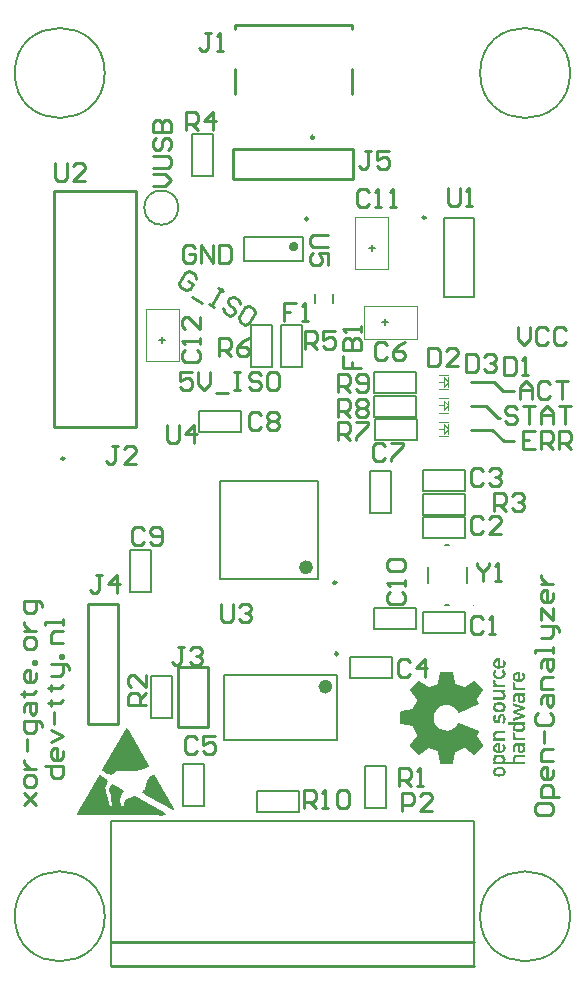
<source format=gto>
G04 Layer_Color=15132400*
%FSAX24Y24*%
%MOIN*%
G70*
G01*
G75*
%ADD27C,0.0150*%
%ADD28C,0.0100*%
%ADD48C,0.0050*%
%ADD49C,0.0039*%
%ADD50C,0.0098*%
%ADD51C,0.0157*%
%ADD52C,0.0236*%
%ADD53C,0.0060*%
%ADD54C,0.0250*%
%ADD55C,0.0080*%
%ADD56C,0.0040*%
%ADD57C,0.0079*%
G36*
X037629Y018081D02*
X037593D01*
X037600Y018074D01*
X037615Y018052D01*
X037629Y018023D01*
X037636Y017979D01*
Y017964D01*
X037629Y017935D01*
X037615Y017899D01*
X037585Y017869D01*
X037578Y017862D01*
X037556Y017855D01*
X037534Y017848D01*
X037505D01*
X037469Y017840D01*
X037403D01*
X037352Y017848D01*
X037301Y017855D01*
X037279Y017862D01*
X037265Y017869D01*
X037257Y017877D01*
X037243Y017891D01*
X037228Y017928D01*
X037221Y017979D01*
Y017986D01*
X037228Y018015D01*
X037236Y018044D01*
X037265Y018081D01*
X037053D01*
Y018168D01*
X037629D01*
Y018081D01*
D02*
G37*
G36*
X037323Y017775D02*
X037316Y017767D01*
X037308Y017760D01*
X037301Y017738D01*
X037294Y017716D01*
Y017702D01*
X037308Y017680D01*
X037330Y017658D01*
X037359Y017643D01*
X037629D01*
Y017563D01*
X037221D01*
Y017643D01*
X037265D01*
X037257Y017651D01*
X037243Y017673D01*
X037228Y017702D01*
X037221Y017746D01*
Y017753D01*
Y017775D01*
X037236Y017804D01*
X037250Y017840D01*
X037323Y017775D01*
D02*
G37*
G36*
X036900Y018445D02*
X036922Y018431D01*
X036944Y018409D01*
X036966Y018380D01*
X036980Y018336D01*
X036988Y018278D01*
Y018270D01*
Y018263D01*
X036980Y018219D01*
X036959Y018161D01*
X036915Y018103D01*
X036856Y018154D01*
X036864Y018161D01*
X036886Y018190D01*
X036907Y018234D01*
X036915Y018285D01*
Y018292D01*
Y018300D01*
X036907Y018329D01*
X036893Y018358D01*
X036878Y018372D01*
X036849D01*
X036842Y018365D01*
X036827Y018351D01*
X036813Y018314D01*
Y018241D01*
Y018234D01*
X036805Y018227D01*
X036791Y018183D01*
X036754Y018146D01*
X036725Y018132D01*
X036689Y018125D01*
X036667D01*
X036623Y018146D01*
X036601Y018161D01*
X036587Y018190D01*
X036572Y018227D01*
X036565Y018278D01*
Y018285D01*
Y018292D01*
X036572Y018336D01*
X036587Y018387D01*
X036623Y018438D01*
X036681Y018387D01*
X036674Y018372D01*
X036660Y018343D01*
X036652Y018307D01*
X036645Y018278D01*
Y018263D01*
X036652Y018241D01*
X036660Y018219D01*
X036689Y018205D01*
X036696D01*
X036703Y018212D01*
X036718Y018227D01*
X036725Y018256D01*
X036733Y018336D01*
Y018343D01*
X036740Y018358D01*
X036754Y018394D01*
X036791Y018438D01*
X036820Y018445D01*
X036856Y018453D01*
X036878D01*
X036900Y018445D01*
D02*
G37*
G36*
X036835Y018824D02*
X036886Y018817D01*
X036929Y018788D01*
X036937Y018781D01*
X036959Y018759D01*
X036980Y018722D01*
X036988Y018664D01*
Y018649D01*
X036980Y018620D01*
X036966Y018584D01*
X036929Y018540D01*
X036922Y018533D01*
X036893Y018518D01*
X036842Y018504D01*
X036776Y018496D01*
X036762D01*
X036718Y018504D01*
X036660Y018518D01*
X036616Y018540D01*
X036609Y018547D01*
X036587Y018569D01*
X036572Y018613D01*
X036565Y018664D01*
Y018671D01*
Y018679D01*
X036572Y018715D01*
X036587Y018752D01*
X036616Y018788D01*
X036623Y018795D01*
X036652Y018810D01*
X036703Y018824D01*
X036776Y018832D01*
X036791D01*
X036835Y018824D01*
D02*
G37*
G36*
X037629Y018664D02*
Y018591D01*
X037338Y018496D01*
X037629Y018416D01*
Y018343D01*
X037221Y018212D01*
Y018292D01*
X037505Y018380D01*
X037221Y018475D01*
Y018540D01*
X037505Y018628D01*
X037221Y018708D01*
Y018795D01*
X037629Y018664D01*
D02*
G37*
G36*
Y016995D02*
X037374D01*
X037338Y016987D01*
X037308Y016958D01*
X037301Y016936D01*
X037294Y016907D01*
Y016893D01*
X037308Y016871D01*
X037330Y016842D01*
X037359Y016834D01*
X037389Y016827D01*
X037629D01*
Y016754D01*
X036565D01*
Y016827D01*
X036616D01*
X036609Y016834D01*
X036587Y016856D01*
X036572Y016893D01*
X036565Y016936D01*
Y016951D01*
X036572Y016973D01*
X036587Y017017D01*
X036616Y017053D01*
X036623Y017060D01*
X036652Y017068D01*
X036703Y017075D01*
X036842D01*
X036893Y017068D01*
X036915Y017060D01*
X036929Y017053D01*
X036937Y017046D01*
X036959Y017017D01*
X036980Y016980D01*
X036988Y016936D01*
Y016929D01*
X036980Y016907D01*
X036966Y016871D01*
X036944Y016827D01*
X037265D01*
X037257Y016834D01*
X037243Y016849D01*
X037228Y016885D01*
X037221Y016936D01*
Y016944D01*
Y016958D01*
X037236Y017009D01*
X037257Y017031D01*
X037279Y017053D01*
X037316Y017068D01*
X037359Y017075D01*
X037629D01*
Y016995D01*
D02*
G37*
G36*
X036835Y016667D02*
X036886Y016659D01*
X036929Y016630D01*
X036937Y016623D01*
X036959Y016601D01*
X036980Y016565D01*
X036988Y016514D01*
Y016499D01*
X036980Y016470D01*
X036966Y016426D01*
X036929Y016382D01*
X036922Y016375D01*
X036893Y016368D01*
X036842Y016353D01*
X036776Y016346D01*
X036762D01*
X036718Y016353D01*
X036667Y016360D01*
X036616Y016382D01*
X036609Y016390D01*
X036587Y016419D01*
X036572Y016455D01*
X036565Y016514D01*
Y016521D01*
Y016528D01*
X036572Y016565D01*
X036587Y016601D01*
X036616Y016630D01*
X036623Y016637D01*
X036652Y016652D01*
X036703Y016667D01*
X036776Y016674D01*
X036791D01*
X036835Y016667D01*
D02*
G37*
G36*
X036813Y017213D02*
X036827D01*
X036864Y017228D01*
X036900Y017257D01*
X036907Y017279D01*
X036915Y017308D01*
Y017323D01*
X036907Y017345D01*
X036893Y017374D01*
X036864Y017403D01*
X036922Y017469D01*
X036929Y017454D01*
X036951Y017425D01*
X036980Y017374D01*
X036988Y017315D01*
Y017308D01*
Y017286D01*
X036973Y017257D01*
X036959Y017228D01*
X036937Y017191D01*
X036900Y017162D01*
X036849Y017140D01*
X036776Y017133D01*
X036740D01*
X036711Y017140D01*
X036667Y017155D01*
X036630Y017177D01*
X036594Y017206D01*
X036572Y017243D01*
X036565Y017301D01*
Y017308D01*
Y017330D01*
X036572Y017359D01*
X036587Y017388D01*
X036609Y017417D01*
X036638Y017447D01*
X036674Y017469D01*
X036733Y017476D01*
X036813D01*
Y017213D01*
D02*
G37*
G36*
X036980Y017797D02*
X036718D01*
X036689Y017789D01*
X036660Y017760D01*
X036645Y017738D01*
Y017709D01*
Y017695D01*
X036652Y017673D01*
X036681Y017643D01*
X036703Y017636D01*
X036733Y017629D01*
X036980D01*
Y017541D01*
X036565D01*
Y017629D01*
X036616D01*
X036609Y017636D01*
X036587Y017651D01*
X036572Y017687D01*
X036565Y017738D01*
Y017746D01*
Y017760D01*
X036579Y017811D01*
X036601Y017833D01*
X036623Y017855D01*
X036660Y017869D01*
X036711Y017877D01*
X036980D01*
Y017797D01*
D02*
G37*
G36*
X037629Y017381D02*
X037593D01*
X037600Y017374D01*
X037615Y017359D01*
X037629Y017330D01*
X037636Y017279D01*
Y017272D01*
Y017257D01*
X037622Y017206D01*
X037607Y017177D01*
X037578Y017155D01*
X037549Y017140D01*
X037505Y017133D01*
X037483D01*
X037447Y017148D01*
X037425Y017170D01*
X037403Y017191D01*
X037396Y017228D01*
X037389Y017272D01*
Y017381D01*
X037345D01*
X037323Y017374D01*
X037301Y017345D01*
X037294Y017330D01*
Y017301D01*
Y017294D01*
Y017272D01*
X037308Y017243D01*
X037323Y017213D01*
X037272Y017155D01*
X037265Y017162D01*
X037243Y017191D01*
X037228Y017235D01*
X037221Y017294D01*
Y017301D01*
Y017323D01*
X037228Y017352D01*
X037236Y017381D01*
X037250Y017410D01*
X037279Y017439D01*
X037308Y017461D01*
X037352Y017469D01*
X037629D01*
Y017381D01*
D02*
G37*
G36*
Y019050D02*
X037593D01*
X037600Y019043D01*
X037615Y019029D01*
X037629Y018992D01*
X037636Y018948D01*
Y018941D01*
Y018927D01*
X037622Y018875D01*
X037607Y018846D01*
X037578Y018817D01*
X037549Y018803D01*
X037505Y018795D01*
X037483D01*
X037447Y018810D01*
X037425Y018832D01*
X037403Y018854D01*
X037396Y018890D01*
X037389Y018934D01*
Y019050D01*
X037345D01*
X037323Y019043D01*
X037301Y019014D01*
X037294Y018992D01*
Y018963D01*
Y018956D01*
Y018934D01*
X037308Y018905D01*
X037323Y018890D01*
X037272Y018824D01*
X037265Y018832D01*
X037243Y018854D01*
X037228Y018897D01*
X037221Y018927D01*
Y018963D01*
Y018970D01*
Y018992D01*
X037228Y019014D01*
X037236Y019050D01*
X037250Y019080D01*
X037279Y019101D01*
X037308Y019123D01*
X037352Y019131D01*
X037629D01*
Y019050D01*
D02*
G37*
G36*
X036674Y019539D02*
X036667D01*
X036660Y019524D01*
X036652Y019510D01*
X036645Y019495D01*
Y019481D01*
X036652Y019459D01*
X036681Y019430D01*
X036703Y019422D01*
X036733Y019415D01*
X036980D01*
Y019327D01*
X036565D01*
Y019415D01*
X036616D01*
X036609Y019422D01*
X036587Y019437D01*
X036572Y019473D01*
X036565Y019524D01*
Y019532D01*
Y019546D01*
X036579Y019575D01*
X036594Y019604D01*
X036674Y019539D01*
D02*
G37*
G36*
X035223Y019838D02*
X035231Y019830D01*
X035304Y019466D01*
Y019459D01*
X035311Y019451D01*
X035326D01*
X035610Y019327D01*
X035639D01*
X035945Y019539D01*
X035967D01*
X036244Y019262D01*
X036251Y019255D01*
Y019247D01*
X036244Y019233D01*
X036040Y018934D01*
Y018927D01*
Y018919D01*
Y018912D01*
Y018905D01*
X036113Y018781D01*
Y018773D01*
Y018766D01*
X036106Y018759D01*
X035442Y018482D01*
X035435D01*
X035413Y018489D01*
X035398Y018526D01*
X035391Y018533D01*
X035384Y018540D01*
X035377Y018547D01*
X035369Y018555D01*
X035355Y018577D01*
X035326Y018613D01*
X035289Y018649D01*
X035238Y018679D01*
X035180Y018715D01*
X035107Y018737D01*
X035027Y018744D01*
X034997D01*
X034961Y018737D01*
X034917Y018730D01*
X034874Y018715D01*
X034823Y018693D01*
X034772Y018664D01*
X034720Y018620D01*
X034713Y018613D01*
X034699Y018598D01*
X034677Y018569D01*
X034655Y018533D01*
X034633Y018489D01*
X034611Y018438D01*
X034597Y018380D01*
X034589Y018314D01*
Y018307D01*
Y018285D01*
X034597Y018249D01*
X034604Y018212D01*
X034618Y018161D01*
X034648Y018110D01*
X034677Y018059D01*
X034720Y018008D01*
X034728Y018001D01*
X034742Y017986D01*
X034772Y017972D01*
X034808Y017950D01*
X034852Y017921D01*
X034903Y017906D01*
X034961Y017891D01*
X035027Y017884D01*
X035063D01*
X035107Y017891D01*
X035158Y017906D01*
X035216Y017935D01*
X035275Y017964D01*
X035326Y018015D01*
X035377Y018081D01*
X035384Y018088D01*
X035391Y018095D01*
Y018103D01*
X035398D01*
X035413Y018139D01*
X035420Y018146D01*
X035442D01*
X036106Y017877D01*
Y017869D01*
X036113Y017848D01*
X036040Y017716D01*
Y017709D01*
Y017702D01*
Y017695D01*
X036244Y017396D01*
X036251Y017388D01*
Y017381D01*
X036244Y017366D01*
X035967Y017082D01*
X035945D01*
X035639Y017301D01*
X035610D01*
X035326Y017177D01*
X035311D01*
X035304Y017170D01*
Y017162D01*
X035231Y016798D01*
Y016791D01*
X035223Y016783D01*
X034808D01*
X034801Y016791D01*
Y016798D01*
X034735Y017170D01*
Y017177D01*
X034720Y017199D01*
X034451Y017308D01*
X034422D01*
X034094Y017082D01*
X034064D01*
X033795Y017366D01*
X033787Y017374D01*
Y017396D01*
X034021Y017716D01*
Y017724D01*
Y017731D01*
Y017738D01*
Y017746D01*
X033911Y018008D01*
Y018015D01*
X033904Y018023D01*
X033889D01*
X033503Y018103D01*
X033488D01*
X033481Y018110D01*
Y018117D01*
Y018511D01*
Y018518D01*
X033488Y018526D01*
X033503D01*
X033889Y018606D01*
X033897D01*
X033904Y018613D01*
X033911Y018620D01*
X034021Y018883D01*
Y018890D01*
Y018897D01*
Y018905D01*
X033787Y019233D01*
Y019240D01*
Y019247D01*
X033795Y019262D01*
X034064Y019539D01*
X034094D01*
X034422Y019320D01*
X034451D01*
X034720Y019437D01*
X034728D01*
X034735Y019444D01*
Y019459D01*
X034801Y019830D01*
Y019838D01*
X034808Y019845D01*
X035216D01*
X035223Y019838D01*
D02*
G37*
G36*
X037462Y019590D02*
X037476D01*
X037513Y019604D01*
X037549Y019626D01*
X037556Y019648D01*
X037564Y019677D01*
Y019692D01*
X037556Y019714D01*
X037542Y019743D01*
X037520Y019772D01*
X037571Y019838D01*
X037578Y019823D01*
X037600Y019794D01*
X037629Y019750D01*
X037636Y019692D01*
Y019685D01*
Y019663D01*
X037622Y019634D01*
X037607Y019597D01*
X037585Y019561D01*
X037549Y019532D01*
X037498Y019510D01*
X037425Y019502D01*
X037396D01*
X037359Y019510D01*
X037323Y019524D01*
X037287Y019546D01*
X037250Y019575D01*
X037228Y019612D01*
X037221Y019670D01*
Y019677D01*
Y019699D01*
X037228Y019728D01*
X037243Y019758D01*
X037265Y019787D01*
X037294Y019816D01*
X037330Y019838D01*
X037389Y019845D01*
X037462D01*
Y019590D01*
D02*
G37*
G36*
X036813Y020035D02*
X036827D01*
X036864Y020049D01*
X036900Y020078D01*
X036907Y020100D01*
X036915Y020137D01*
Y020144D01*
X036907Y020166D01*
X036893Y020195D01*
X036864Y020217D01*
X036922Y020282D01*
X036929Y020268D01*
X036951Y020239D01*
X036980Y020195D01*
X036988Y020137D01*
Y020129D01*
Y020108D01*
X036973Y020078D01*
X036959Y020042D01*
X036937Y020005D01*
X036900Y019976D01*
X036849Y019954D01*
X036776Y019947D01*
X036740D01*
X036711Y019954D01*
X036667Y019969D01*
X036630Y019991D01*
X036594Y020020D01*
X036572Y020056D01*
X036565Y020115D01*
Y020122D01*
Y020144D01*
X036572Y020173D01*
X036587Y020210D01*
X036609Y020239D01*
X036638Y020268D01*
X036674Y020290D01*
X036733Y020297D01*
X036813D01*
Y020035D01*
D02*
G37*
G36*
X036929Y019925D02*
X036951Y019896D01*
X036973Y019845D01*
X036988Y019787D01*
Y019779D01*
Y019758D01*
X036973Y019728D01*
X036959Y019692D01*
X036937Y019656D01*
X036900Y019626D01*
X036849Y019604D01*
X036776Y019597D01*
X036740D01*
X036711Y019604D01*
X036667Y019619D01*
X036630Y019641D01*
X036594Y019677D01*
X036572Y019721D01*
X036565Y019787D01*
Y019794D01*
Y019801D01*
X036572Y019838D01*
X036594Y019882D01*
X036630Y019933D01*
X036689Y019867D01*
X036681Y019860D01*
X036667Y019845D01*
X036652Y019823D01*
X036645Y019787D01*
Y019779D01*
Y019772D01*
X036660Y019736D01*
X036674Y019714D01*
X036703Y019692D01*
X036733Y019685D01*
X036776Y019677D01*
X036798D01*
X036835Y019692D01*
X036864Y019707D01*
X036878Y019721D01*
X036893Y019750D01*
X036900Y019787D01*
Y019794D01*
X036893Y019816D01*
X036878Y019838D01*
X036856Y019867D01*
X036915Y019933D01*
X036929Y019925D01*
D02*
G37*
G36*
X036980Y019153D02*
X036944D01*
X036951Y019145D01*
X036966Y019123D01*
X036980Y019087D01*
X036988Y019050D01*
Y019043D01*
Y019029D01*
X036973Y018978D01*
X036951Y018948D01*
X036929Y018927D01*
X036893Y018912D01*
X036849Y018905D01*
X036565D01*
Y018992D01*
X036827D01*
X036856Y019007D01*
X036886Y019029D01*
X036893Y019050D01*
X036900Y019080D01*
Y019094D01*
X036886Y019116D01*
X036864Y019138D01*
X036842Y019153D01*
X036565D01*
Y019233D01*
X036980D01*
Y019153D01*
D02*
G37*
G36*
X037323Y019437D02*
X037316Y019430D01*
X037308Y019422D01*
X037301Y019400D01*
X037294Y019386D01*
Y019371D01*
X037308Y019349D01*
X037330Y019320D01*
X037359Y019313D01*
X037389Y019306D01*
X037629D01*
Y019225D01*
X037221D01*
Y019306D01*
X037265D01*
X037257Y019313D01*
X037243Y019335D01*
X037228Y019371D01*
X037221Y019422D01*
Y019430D01*
Y019444D01*
X037236Y019473D01*
X037250Y019502D01*
X037323Y019437D01*
D02*
G37*
%LPC*%
G36*
X036820Y016995D02*
X036754D01*
X036711Y016987D01*
X036667Y016958D01*
X036652Y016936D01*
X036645Y016907D01*
Y016893D01*
X036660Y016871D01*
X036674Y016856D01*
X036703Y016842D01*
X036733Y016834D01*
X036776Y016827D01*
X036798D01*
X036835Y016834D01*
X036878Y016863D01*
X036893Y016878D01*
X036900Y016907D01*
Y016914D01*
Y016922D01*
X036886Y016951D01*
X036871Y016966D01*
X036849Y016980D01*
X036820Y016995D01*
D02*
G37*
G36*
Y018752D02*
X036733D01*
X036703Y018744D01*
X036681Y018730D01*
X036674D01*
X036660Y018715D01*
X036652Y018693D01*
X036645Y018664D01*
Y018657D01*
X036652Y018642D01*
X036660Y018620D01*
X036681Y018606D01*
X036696Y018598D01*
X036725Y018591D01*
X036776Y018584D01*
X036813D01*
X036849Y018591D01*
X036878Y018606D01*
X036886Y018613D01*
X036893Y018635D01*
X036900Y018664D01*
Y018671D01*
Y018693D01*
X036893Y018715D01*
X036878Y018730D01*
X036871Y018737D01*
X036856Y018744D01*
X036820Y018752D01*
D02*
G37*
G36*
X036733Y020210D02*
X036718D01*
X036689Y020195D01*
X036660Y020166D01*
X036645Y020144D01*
Y020115D01*
Y020100D01*
X036652Y020078D01*
X036681Y020049D01*
X036703Y020042D01*
X036733Y020035D01*
Y020210D01*
D02*
G37*
G36*
X036820Y016594D02*
X036733D01*
X036703Y016586D01*
X036681Y016572D01*
X036674D01*
X036660Y016557D01*
X036652Y016543D01*
X036645Y016514D01*
Y016506D01*
X036652Y016484D01*
X036660Y016463D01*
X036681Y016441D01*
X036689D01*
X036703Y016433D01*
X036733Y016426D01*
X036776Y016419D01*
X036813D01*
X036842Y016426D01*
X036878Y016441D01*
X036886Y016455D01*
X036893Y016477D01*
X036900Y016514D01*
Y016521D01*
Y016535D01*
X036893Y016557D01*
X036878Y016572D01*
X036871Y016579D01*
X036856Y016586D01*
X036820Y016594D01*
D02*
G37*
G36*
X037491Y019050D02*
X037462D01*
Y018956D01*
Y018941D01*
X037469Y018919D01*
X037476Y018897D01*
X037505Y018883D01*
X037513D01*
X037534Y018890D01*
X037556Y018912D01*
X037564Y018956D01*
Y018963D01*
Y018970D01*
X037556Y019007D01*
X037534Y019036D01*
X037513Y019043D01*
X037491Y019050D01*
D02*
G37*
G36*
X037513Y017381D02*
X037462D01*
Y017279D01*
Y017272D01*
X037469Y017250D01*
X037476Y017221D01*
X037505Y017213D01*
X037513D01*
X037534Y017221D01*
X037556Y017250D01*
X037564Y017264D01*
Y017294D01*
Y017301D01*
Y017308D01*
X037556Y017337D01*
X037534Y017366D01*
X037513Y017381D01*
D02*
G37*
G36*
X037469Y018081D02*
X037403D01*
X037359Y018074D01*
X037316Y018052D01*
X037301Y018030D01*
X037294Y018008D01*
Y017993D01*
X037308Y017964D01*
X037323Y017950D01*
X037352Y017935D01*
X037381Y017928D01*
X037425Y017921D01*
X037447D01*
X037491Y017935D01*
X037534Y017957D01*
X037549Y017979D01*
X037556Y018008D01*
Y018023D01*
X037542Y018044D01*
X037527Y018059D01*
X037498Y018066D01*
X037469Y018081D01*
D02*
G37*
G36*
X037389Y019765D02*
X037374D01*
X037338Y019750D01*
X037308Y019721D01*
X037301Y019699D01*
X037294Y019670D01*
Y019656D01*
X037308Y019634D01*
X037330Y019604D01*
X037359Y019597D01*
X037389Y019590D01*
Y019765D01*
D02*
G37*
G36*
X036733Y017396D02*
X036718D01*
X036689Y017381D01*
X036660Y017352D01*
X036645Y017330D01*
Y017301D01*
Y017286D01*
X036652Y017257D01*
X036681Y017228D01*
X036703Y017221D01*
X036733Y017213D01*
Y017396D01*
D02*
G37*
%LPD*%
D27*
X025625Y015531D02*
X025785Y015391D01*
X025285Y015191D02*
X025495Y015141D01*
D28*
X022281Y026954D02*
G03*
X022281Y026954I-000050J000000D01*
G01*
X027917Y036272D02*
X031917D01*
Y037272D01*
X027917D02*
X031917D01*
X027917Y036272D02*
Y037272D01*
X024083Y018114D02*
Y022114D01*
X023083D02*
X024083D01*
X023083Y018114D02*
Y022114D01*
Y018114D02*
X024083D01*
X024685Y027992D02*
Y035866D01*
X021929Y027992D02*
X024685D01*
X021929Y035866D02*
X024685D01*
X021929Y027992D02*
Y035866D01*
X026075Y018004D02*
Y020004D01*
Y018004D02*
X027075D01*
Y020004D01*
X026075D02*
X027075D01*
X027972Y039105D02*
Y039950D01*
X031870Y041270D02*
Y041398D01*
X027972D02*
X031870D01*
X027972Y041270D02*
Y041398D01*
X031870Y039105D02*
Y039950D01*
X023819Y010831D02*
X035945D01*
X023819Y010039D02*
X035945D01*
X035827Y027913D02*
X036535D01*
X036929Y027520D01*
X037283D01*
X035827Y028701D02*
X036339D01*
X036732Y028307D01*
X036811D01*
X035827Y029488D02*
X036614D01*
X036890Y029213D01*
X037283D01*
X031566Y030360D02*
Y029961D01*
X031865D01*
Y030161D01*
Y029961D01*
X032165D01*
X031566Y030560D02*
X032165D01*
Y030860D01*
X032065Y030960D01*
X031965D01*
X031865Y030860D01*
Y030560D01*
Y030860D01*
X031765Y030960D01*
X031666D01*
X031566Y030860D01*
Y030560D01*
X032165Y031160D02*
Y031360D01*
Y031260D01*
X031566D01*
X031666Y031160D01*
X026311Y030557D02*
X026211Y030457D01*
Y030257D01*
X026311Y030157D01*
X026711D01*
X026811Y030257D01*
Y030457D01*
X026711Y030557D01*
X026811Y030757D02*
Y030957D01*
Y030857D01*
X026211D01*
X026311Y030757D01*
X026811Y031657D02*
Y031257D01*
X026411Y031657D01*
X026311D01*
X026211Y031557D01*
Y031357D01*
X026311Y031257D01*
X032447Y035829D02*
X032347Y035929D01*
X032147D01*
X032047Y035829D01*
Y035429D01*
X032147Y035329D01*
X032347D01*
X032447Y035429D01*
X032647Y035329D02*
X032847D01*
X032747D01*
Y035929D01*
X032647Y035829D01*
X033147Y035329D02*
X033347D01*
X033247D01*
Y035929D01*
X033147Y035829D01*
X032486Y037214D02*
X032287D01*
X032387D01*
Y036714D01*
X032287Y036614D01*
X032187D01*
X032087Y036714D01*
X033086Y037214D02*
X032686D01*
Y036914D01*
X032886Y037014D01*
X032986D01*
X033086Y036914D01*
Y036714D01*
X032986Y036614D01*
X032786D01*
X032686Y036714D01*
X031417Y029173D02*
Y029773D01*
X031717D01*
X031817Y029673D01*
Y029473D01*
X031717Y029373D01*
X031417D01*
X031617D02*
X031817Y029173D01*
X032017Y029273D02*
X032117Y029173D01*
X032317D01*
X032417Y029273D01*
Y029673D01*
X032317Y029773D01*
X032117D01*
X032017Y029673D01*
Y029573D01*
X032117Y029473D01*
X032417D01*
X031417Y028346D02*
Y028946D01*
X031717D01*
X031817Y028846D01*
Y028646D01*
X031717Y028546D01*
X031417D01*
X031617D02*
X031817Y028346D01*
X032017Y028846D02*
X032117Y028946D01*
X032317D01*
X032417Y028846D01*
Y028746D01*
X032317Y028646D01*
X032417Y028546D01*
Y028446D01*
X032317Y028346D01*
X032117D01*
X032017Y028446D01*
Y028546D01*
X032117Y028646D01*
X032017Y028746D01*
Y028846D01*
X032117Y028646D02*
X032317D01*
X031417Y027559D02*
Y028159D01*
X031717D01*
X031817Y028059D01*
Y027859D01*
X031717Y027759D01*
X031417D01*
X031617D02*
X031817Y027559D01*
X032017Y028159D02*
X032417D01*
Y028059D01*
X032017Y027659D01*
Y027559D01*
X023535Y023062D02*
X023335D01*
X023435D01*
Y022562D01*
X023335Y022462D01*
X023235D01*
X023135Y022562D01*
X024035Y022462D02*
Y023062D01*
X023735Y022762D01*
X024135D01*
X035669Y030442D02*
Y029843D01*
X035969D01*
X036069Y029942D01*
Y030342D01*
X035969Y030442D01*
X035669D01*
X036269Y030342D02*
X036369Y030442D01*
X036569D01*
X036669Y030342D01*
Y030242D01*
X036569Y030142D01*
X036469D01*
X036569D01*
X036669Y030042D01*
Y029942D01*
X036569Y029843D01*
X036369D01*
X036269Y029942D01*
X034409Y030639D02*
Y030039D01*
X034709D01*
X034809Y030139D01*
Y030539D01*
X034709Y030639D01*
X034409D01*
X035409Y030039D02*
X035009D01*
X035409Y030439D01*
Y030539D01*
X035309Y030639D01*
X035109D01*
X035009Y030539D01*
X036929Y030324D02*
Y029724D01*
X037229D01*
X037329Y029824D01*
Y030224D01*
X037229Y030324D01*
X036929D01*
X037529Y029724D02*
X037729D01*
X037629D01*
Y030324D01*
X037529Y030224D01*
X036024Y023474D02*
Y023374D01*
X036224Y023174D01*
X036423Y023374D01*
Y023474D01*
X036224Y023174D02*
Y022874D01*
X036623D02*
X036823D01*
X036723D01*
Y023474D01*
X036623Y023374D01*
X031072Y034409D02*
X030572D01*
X030472Y034309D01*
Y034110D01*
X030572Y034010D01*
X031072D01*
Y033410D02*
Y033810D01*
X030772D01*
X030872Y033610D01*
Y033510D01*
X030772Y033410D01*
X030572D01*
X030472Y033510D01*
Y033710D01*
X030572Y033810D01*
X027441Y030354D02*
Y030954D01*
X027741D01*
X027841Y030854D01*
Y030654D01*
X027741Y030554D01*
X027441D01*
X027641D02*
X027841Y030354D01*
X028441Y030954D02*
X028241Y030854D01*
X028041Y030654D01*
Y030454D01*
X028141Y030354D01*
X028341D01*
X028441Y030454D01*
Y030554D01*
X028341Y030654D01*
X028041D01*
X030315Y030591D02*
Y031190D01*
X030615D01*
X030715Y031090D01*
Y030890D01*
X030615Y030790D01*
X030315D01*
X030515D02*
X030715Y030591D01*
X031315Y031190D02*
X030915D01*
Y030890D01*
X031115Y030990D01*
X031215D01*
X031315Y030890D01*
Y030691D01*
X031215Y030591D01*
X031015D01*
X030915Y030691D01*
X026339Y037913D02*
Y038513D01*
X026638D01*
X026738Y038413D01*
Y038213D01*
X026638Y038113D01*
X026339D01*
X026539D02*
X026738Y037913D01*
X027238D02*
Y038513D01*
X026938Y038213D01*
X027338D01*
X036614Y025197D02*
Y025797D01*
X036914D01*
X037014Y025697D01*
Y025497D01*
X036914Y025397D01*
X036614D01*
X036814D02*
X037014Y025197D01*
X037214Y025697D02*
X037314Y025797D01*
X037514D01*
X037614Y025697D01*
Y025597D01*
X037514Y025497D01*
X037414D01*
X037514D01*
X037614Y025397D01*
Y025297D01*
X037514Y025197D01*
X037314D01*
X037214Y025297D01*
X025000Y018740D02*
X024400D01*
Y019040D01*
X024500Y019140D01*
X024700D01*
X024800Y019040D01*
Y018740D01*
Y018940D02*
X025000Y019140D01*
Y019740D02*
Y019340D01*
X024600Y019740D01*
X024500D01*
X024400Y019640D01*
Y019440D01*
X024500Y019340D01*
X033425Y016024D02*
Y016623D01*
X033725D01*
X033825Y016523D01*
Y016324D01*
X033725Y016224D01*
X033425D01*
X033625D02*
X033825Y016024D01*
X034025D02*
X034225D01*
X034125D01*
Y016623D01*
X034025Y016523D01*
X026266Y020679D02*
X026066D01*
X026166D01*
Y020179D01*
X026066Y020079D01*
X025966D01*
X025866Y020179D01*
X026466Y020579D02*
X026566Y020679D01*
X026766D01*
X026866Y020579D01*
Y020479D01*
X026766Y020379D01*
X026666D01*
X026766D01*
X026866Y020279D01*
Y020179D01*
X026766Y020079D01*
X026566D01*
X026466Y020179D01*
X033122Y022486D02*
X033022Y022387D01*
Y022187D01*
X033122Y022087D01*
X033522D01*
X033622Y022187D01*
Y022387D01*
X033522Y022486D01*
X033622Y022686D02*
Y022886D01*
Y022786D01*
X033022D01*
X033122Y022686D01*
Y023186D02*
X033022Y023286D01*
Y023486D01*
X033122Y023586D01*
X033522D01*
X033622Y023486D01*
Y023286D01*
X033522Y023186D01*
X033122D01*
X024927Y024555D02*
X024827Y024655D01*
X024628D01*
X024528Y024555D01*
Y024155D01*
X024628Y024055D01*
X024827D01*
X024927Y024155D01*
X025127D02*
X025227Y024055D01*
X025427D01*
X025527Y024155D01*
Y024555D01*
X025427Y024655D01*
X025227D01*
X025127Y024555D01*
Y024455D01*
X025227Y024355D01*
X025527D01*
X028825Y028413D02*
X028725Y028513D01*
X028525D01*
X028425Y028413D01*
Y028013D01*
X028525Y027913D01*
X028725D01*
X028825Y028013D01*
X029025Y028413D02*
X029125Y028513D01*
X029325D01*
X029425Y028413D01*
Y028313D01*
X029325Y028213D01*
X029425Y028113D01*
Y028013D01*
X029325Y027913D01*
X029125D01*
X029025Y028013D01*
Y028113D01*
X029125Y028213D01*
X029025Y028313D01*
Y028413D01*
X029125Y028213D02*
X029325D01*
X032959Y027364D02*
X032859Y027464D01*
X032659D01*
X032559Y027364D01*
Y026964D01*
X032659Y026864D01*
X032859D01*
X032959Y026964D01*
X033159Y027464D02*
X033559D01*
Y027364D01*
X033159Y026964D01*
Y026864D01*
X033038Y030736D02*
X032938Y030836D01*
X032738D01*
X032638Y030736D01*
Y030336D01*
X032738Y030236D01*
X032938D01*
X033038Y030336D01*
X033637Y030836D02*
X033438Y030736D01*
X033238Y030536D01*
Y030336D01*
X033338Y030236D01*
X033537D01*
X033637Y030336D01*
Y030436D01*
X033537Y030536D01*
X033238D01*
X026699Y017607D02*
X026599Y017707D01*
X026399D01*
X026299Y017607D01*
Y017207D01*
X026399Y017107D01*
X026599D01*
X026699Y017207D01*
X027299Y017707D02*
X026899D01*
Y017407D01*
X027099Y017507D01*
X027199D01*
X027299Y017407D01*
Y017207D01*
X027199Y017107D01*
X026999D01*
X026899Y017207D01*
X033786Y020185D02*
X033686Y020285D01*
X033486D01*
X033386Y020185D01*
Y019785D01*
X033486Y019685D01*
X033686D01*
X033786Y019785D01*
X034286Y019685D02*
Y020285D01*
X033986Y019985D01*
X034385D01*
X036227Y026523D02*
X036127Y026623D01*
X035927D01*
X035827Y026523D01*
Y026124D01*
X035927Y026024D01*
X036127D01*
X036227Y026124D01*
X036427Y026523D02*
X036527Y026623D01*
X036726D01*
X036826Y026523D01*
Y026423D01*
X036726Y026324D01*
X036627D01*
X036726D01*
X036826Y026224D01*
Y026124D01*
X036726Y026024D01*
X036527D01*
X036427Y026124D01*
X036227Y024949D02*
X036127Y025049D01*
X035927D01*
X035827Y024949D01*
Y024549D01*
X035927Y024449D01*
X036127D01*
X036227Y024549D01*
X036826Y024449D02*
X036427D01*
X036826Y024849D01*
Y024949D01*
X036726Y025049D01*
X036527D01*
X036427Y024949D01*
X036227Y021602D02*
X036127Y021702D01*
X035927D01*
X035827Y021602D01*
Y021202D01*
X035927Y021102D01*
X036127D01*
X036227Y021202D01*
X036427Y021102D02*
X036627D01*
X036527D01*
Y021702D01*
X036427Y021602D01*
X027172Y041151D02*
X026972D01*
X027072D01*
Y040651D01*
X026972Y040551D01*
X026872D01*
X026772Y040651D01*
X027371Y040551D02*
X027571D01*
X027471D01*
Y041151D01*
X027371Y041051D01*
X027496Y022093D02*
Y021594D01*
X027596Y021494D01*
X027796D01*
X027896Y021594D01*
Y022093D01*
X028096Y021993D02*
X028196Y022093D01*
X028396D01*
X028496Y021993D01*
Y021893D01*
X028396Y021794D01*
X028296D01*
X028396D01*
X028496Y021694D01*
Y021594D01*
X028396Y021494D01*
X028196D01*
X028096Y021594D01*
X035079Y035954D02*
Y035454D01*
X035179Y035354D01*
X035379D01*
X035479Y035454D01*
Y035954D01*
X035679Y035354D02*
X035878D01*
X035779D01*
Y035954D01*
X035679Y035854D01*
X021979Y036813D02*
Y036313D01*
X022079Y036213D01*
X022279D01*
X022379Y036313D01*
Y036813D01*
X022979Y036213D02*
X022579D01*
X022979Y036613D01*
Y036713D01*
X022879Y036813D01*
X022679D01*
X022579Y036713D01*
X033543Y015197D02*
Y015797D01*
X033843D01*
X033943Y015697D01*
Y015497D01*
X033843Y015397D01*
X033543D01*
X034543Y015197D02*
X034143D01*
X034543Y015597D01*
Y015697D01*
X034443Y015797D01*
X034243D01*
X034143Y015697D01*
X024061Y027371D02*
X023861D01*
X023961D01*
Y026872D01*
X023861Y026772D01*
X023761D01*
X023661Y026872D01*
X024661Y026772D02*
X024261D01*
X024661Y027172D01*
Y027271D01*
X024561Y027371D01*
X024361D01*
X024261Y027271D01*
X025709Y028080D02*
Y027580D01*
X025809Y027480D01*
X026009D01*
X026109Y027580D01*
Y028080D01*
X026608Y027480D02*
Y028080D01*
X026308Y027780D01*
X026708D01*
X030006Y032135D02*
X029606D01*
Y031835D01*
X029806D01*
X029606D01*
Y031535D01*
X030206D02*
X030406D01*
X030306D01*
Y032135D01*
X030206Y032035D01*
X030276Y015315D02*
Y015915D01*
X030575D01*
X030675Y015815D01*
Y015615D01*
X030575Y015515D01*
X030276D01*
X030476D02*
X030675Y015315D01*
X030875D02*
X031075D01*
X030975D01*
Y015915D01*
X030875Y015815D01*
X031375D02*
X031475Y015915D01*
X031675D01*
X031775Y015815D01*
Y015415D01*
X031675Y015315D01*
X031475D01*
X031375Y015415D01*
Y015815D01*
X037402Y031348D02*
Y030948D01*
X037601Y030748D01*
X037801Y030948D01*
Y031348D01*
X038401Y031248D02*
X038301Y031348D01*
X038101D01*
X038001Y031248D01*
Y030848D01*
X038101Y030748D01*
X038301D01*
X038401Y030848D01*
X039001Y031248D02*
X038901Y031348D01*
X038701D01*
X038601Y031248D01*
Y030848D01*
X038701Y030748D01*
X038901D01*
X039001Y030848D01*
X037480Y028937D02*
Y029337D01*
X037680Y029537D01*
X037880Y029337D01*
Y028937D01*
Y029237D01*
X037480D01*
X038480Y029437D02*
X038380Y029537D01*
X038180D01*
X038080Y029437D01*
Y029037D01*
X038180Y028937D01*
X038380D01*
X038480Y029037D01*
X038680Y029537D02*
X039080D01*
X038880D01*
Y028937D01*
X037368Y028610D02*
X037268Y028710D01*
X037068D01*
X036968Y028610D01*
Y028510D01*
X037068Y028410D01*
X037268D01*
X037368Y028310D01*
Y028210D01*
X037268Y028110D01*
X037068D01*
X036968Y028210D01*
X037568Y028710D02*
X037968D01*
X037768D01*
Y028110D01*
X038168D02*
Y028510D01*
X038368Y028710D01*
X038568Y028510D01*
Y028110D01*
Y028410D01*
X038168D01*
X038768Y028710D02*
X039168D01*
X038968D01*
Y028110D01*
X037959Y027883D02*
X037559D01*
Y027283D01*
X037959D01*
X037559Y027583D02*
X037759D01*
X038159Y027283D02*
Y027883D01*
X038459D01*
X038559Y027783D01*
Y027583D01*
X038459Y027483D01*
X038159D01*
X038359D02*
X038559Y027283D01*
X038759D02*
Y027883D01*
X039059D01*
X039159Y027783D01*
Y027583D01*
X039059Y027483D01*
X038759D01*
X038959D02*
X039159Y027283D01*
X026542Y029852D02*
X026142D01*
Y029552D01*
X026342Y029652D01*
X026442D01*
X026542Y029552D01*
Y029352D01*
X026442Y029252D01*
X026242D01*
X026142Y029352D01*
X026742Y029852D02*
Y029452D01*
X026941Y029252D01*
X027141Y029452D01*
Y029852D01*
X027341Y029152D02*
X027741D01*
X027941Y029852D02*
X028141D01*
X028041D01*
Y029252D01*
X027941D01*
X028141D01*
X028841Y029752D02*
X028741Y029852D01*
X028541D01*
X028441Y029752D01*
Y029652D01*
X028541Y029552D01*
X028741D01*
X028841Y029452D01*
Y029352D01*
X028741Y029252D01*
X028541D01*
X028441Y029352D01*
X029341Y029852D02*
X029141D01*
X029041Y029752D01*
Y029352D01*
X029141Y029252D01*
X029341D01*
X029441Y029352D01*
Y029752D01*
X029341Y029852D01*
X026659Y032949D02*
X026623Y033086D01*
X026449Y033186D01*
X026313Y033149D01*
X026113Y032803D01*
X026150Y032667D01*
X026323Y032567D01*
X026459Y032603D01*
X026559Y032776D01*
X026386Y032876D01*
X026532Y032330D02*
X026879Y032130D01*
X027402Y032636D02*
X027575Y032536D01*
X027488Y032586D01*
X027188Y032067D01*
X027102Y032117D01*
X027275Y032017D01*
X028131Y032100D02*
X028094Y032236D01*
X027921Y032336D01*
X027785Y032300D01*
X027735Y032213D01*
X027771Y032077D01*
X027944Y031977D01*
X027981Y031840D01*
X027931Y031753D01*
X027794Y031717D01*
X027621Y031817D01*
X027585Y031953D01*
X028614Y031936D02*
X028441Y032036D01*
X028304Y032000D01*
X028104Y031653D01*
X028141Y031517D01*
X028314Y031417D01*
X028450Y031454D01*
X028650Y031800D01*
X028614Y031936D01*
X026620Y033964D02*
X026520Y034064D01*
X026320D01*
X026220Y033964D01*
Y033565D01*
X026320Y033465D01*
X026520D01*
X026620Y033565D01*
Y033764D01*
X026420D01*
X026820Y033465D02*
Y034064D01*
X027220Y033465D01*
Y034064D01*
X027420D02*
Y033465D01*
X027720D01*
X027820Y033565D01*
Y033964D01*
X027720Y034064D01*
X027420D01*
X025227Y036024D02*
X025627D01*
X025827Y036224D01*
X025627Y036423D01*
X025227D01*
Y036623D02*
X025727D01*
X025827Y036723D01*
Y036923D01*
X025727Y037023D01*
X025227D01*
X025327Y037623D02*
X025227Y037523D01*
Y037323D01*
X025327Y037223D01*
X025427D01*
X025527Y037323D01*
Y037523D01*
X025627Y037623D01*
X025727D01*
X025827Y037523D01*
Y037323D01*
X025727Y037223D01*
X025227Y037823D02*
X025827D01*
Y038123D01*
X025727Y038223D01*
X025627D01*
X025527Y038123D01*
Y037823D01*
Y038123D01*
X025427Y038223D01*
X025327D01*
X025227Y038123D01*
Y037823D01*
X037983Y015379D02*
Y015179D01*
X038083Y015079D01*
X038483D01*
X038583Y015179D01*
Y015379D01*
X038483Y015479D01*
X038083D01*
X037983Y015379D01*
X038783Y015679D02*
X038183D01*
Y015978D01*
X038283Y016078D01*
X038483D01*
X038583Y015978D01*
Y015679D01*
Y016578D02*
Y016378D01*
X038483Y016278D01*
X038283D01*
X038183Y016378D01*
Y016578D01*
X038283Y016678D01*
X038383D01*
Y016278D01*
X038583Y016878D02*
X038183D01*
Y017178D01*
X038283Y017278D01*
X038583D01*
X038283Y017478D02*
Y017878D01*
X038083Y018478D02*
X037983Y018378D01*
Y018178D01*
X038083Y018078D01*
X038483D01*
X038583Y018178D01*
Y018378D01*
X038483Y018478D01*
X038183Y018778D02*
Y018977D01*
X038283Y019077D01*
X038583D01*
Y018778D01*
X038483Y018678D01*
X038383Y018778D01*
Y019077D01*
X038583Y019277D02*
X038183D01*
Y019577D01*
X038283Y019677D01*
X038583D01*
X038183Y019977D02*
Y020177D01*
X038283Y020277D01*
X038583D01*
Y019977D01*
X038483Y019877D01*
X038383Y019977D01*
Y020277D01*
X038583Y020477D02*
Y020677D01*
Y020577D01*
X037983D01*
Y020477D01*
X038183Y020977D02*
X038483D01*
X038583Y021077D01*
Y021377D01*
X038683D01*
X038783Y021277D01*
Y021177D01*
X038583Y021377D02*
X038183D01*
Y021577D02*
Y021976D01*
X038583Y021577D01*
Y021976D01*
Y022476D02*
Y022276D01*
X038483Y022176D01*
X038283D01*
X038183Y022276D01*
Y022476D01*
X038283Y022576D01*
X038383D01*
Y022176D01*
X038183Y022776D02*
X038583D01*
X038383D01*
X038283Y022876D01*
X038183Y022976D01*
Y023076D01*
X020939Y015394D02*
X021339Y015794D01*
X021139Y015594D01*
X020939Y015794D01*
X021339Y015394D01*
Y016093D02*
Y016293D01*
X021239Y016393D01*
X021039D01*
X020939Y016293D01*
Y016093D01*
X021039Y015993D01*
X021239D01*
X021339Y016093D01*
X020939Y016593D02*
X021339D01*
X021139D01*
X021039Y016693D01*
X020939Y016793D01*
Y016893D01*
X021039Y017193D02*
Y017593D01*
X021539Y017993D02*
Y018093D01*
X021439Y018193D01*
X020939D01*
Y017893D01*
X021039Y017793D01*
X021239D01*
X021339Y017893D01*
Y018193D01*
X020939Y018493D02*
Y018693D01*
X021039Y018793D01*
X021339D01*
Y018493D01*
X021239Y018393D01*
X021139Y018493D01*
Y018793D01*
X020839Y019092D02*
X020939D01*
Y018993D01*
Y019192D01*
Y019092D01*
X021239D01*
X021339Y019192D01*
Y019792D02*
Y019592D01*
X021239Y019492D01*
X021039D01*
X020939Y019592D01*
Y019792D01*
X021039Y019892D01*
X021139D01*
Y019492D01*
X021339Y020092D02*
X021239D01*
Y020192D01*
X021339D01*
Y020092D01*
Y020692D02*
Y020892D01*
X021239Y020992D01*
X021039D01*
X020939Y020892D01*
Y020692D01*
X021039Y020592D01*
X021239D01*
X021339Y020692D01*
X020939Y021192D02*
X021339D01*
X021139D01*
X021039Y021292D01*
X020939Y021392D01*
Y021492D01*
X021539Y021992D02*
Y022092D01*
X021439Y022191D01*
X020939D01*
Y021892D01*
X021039Y021792D01*
X021239D01*
X021339Y021892D01*
Y022191D01*
X021644Y016699D02*
X022244D01*
Y016399D01*
X022144Y016299D01*
X021944D01*
X021844Y016399D01*
Y016699D01*
X022244Y017199D02*
Y016999D01*
X022144Y016899D01*
X021944D01*
X021844Y016999D01*
Y017199D01*
X021944Y017299D01*
X022044D01*
Y016899D01*
X021844Y017499D02*
X022244Y017699D01*
X021844Y017899D01*
X021944Y018099D02*
Y018498D01*
X021744Y018798D02*
X021844D01*
Y018698D01*
Y018898D01*
Y018798D01*
X022144D01*
X022244Y018898D01*
X021744Y019298D02*
X021844D01*
Y019198D01*
Y019398D01*
Y019298D01*
X022144D01*
X022244Y019398D01*
X021844Y019698D02*
X022144D01*
X022244Y019798D01*
Y020098D01*
X022344D01*
X022444Y019998D01*
Y019898D01*
X022244Y020098D02*
X021844D01*
X022244Y020298D02*
X022144D01*
Y020398D01*
X022244D01*
Y020298D01*
Y020798D02*
X021844D01*
Y021098D01*
X021944Y021198D01*
X022244D01*
Y021398D02*
Y021597D01*
Y021498D01*
X021644D01*
Y021398D01*
D48*
X023626Y011693D02*
G03*
X023626Y011693I-001500J000000D01*
G01*
X039138D02*
G03*
X039138Y011693I-001500J000000D01*
G01*
Y039803D02*
G03*
X039138Y039803I-001500J000000D01*
G01*
X023626D02*
G03*
X023626Y039803I-001500J000000D01*
G01*
X025451Y030888D02*
X025651D01*
X025551Y030788D02*
Y030988D01*
X032975Y031396D02*
Y031596D01*
X032875Y031496D02*
X033075D01*
X035646Y024296D02*
X035646Y024996D01*
X034246Y024296D02*
Y024996D01*
X035646Y024996D01*
X034246Y024296D02*
X035646D01*
X034236Y021146D02*
X034236Y021846D01*
X035636Y021146D02*
Y021846D01*
X034236Y021146D02*
X035636Y021146D01*
X034236Y021846D02*
X035636D01*
X032420Y033959D02*
X032620D01*
X032520Y033859D02*
Y034059D01*
X026225Y015378D02*
X026925Y015378D01*
X026225Y016778D02*
X026925D01*
X026925Y015378D01*
X026225Y015378D02*
Y016778D01*
X032485Y025142D02*
X033185Y025142D01*
X032485Y026542D02*
X033185D01*
X033185Y025142D01*
X032485Y025142D02*
Y026542D01*
X028694Y015162D02*
X030094D01*
X028694Y015862D02*
X030094Y015862D01*
X028694Y015162D02*
Y015862D01*
X030094Y015162D02*
X030094Y015862D01*
X025162Y018291D02*
X025862Y018291D01*
X025162Y019691D02*
X025862D01*
X025862Y018291D01*
X025162Y018291D02*
Y019691D01*
X033205Y019650D02*
X033205Y020350D01*
X031805Y019650D02*
Y020350D01*
X033205Y020350D01*
X031805Y019650D02*
X033205D01*
X035646Y025083D02*
X035646Y025783D01*
X034246Y025083D02*
Y025783D01*
X035646Y025783D01*
X034246Y025083D02*
X035646D01*
X034236Y025870D02*
X034236Y026570D01*
X035636Y025870D02*
Y026570D01*
X034236Y025870D02*
X035636Y025870D01*
X034236Y026570D02*
X035636D01*
X028165Y027839D02*
X028165Y028539D01*
X026765Y027839D02*
Y028539D01*
X028165Y028539D01*
X026765Y027839D02*
X028165D01*
X034031Y027563D02*
X034031Y028263D01*
X032631Y027563D02*
Y028263D01*
X034031Y028263D01*
X032631Y027563D02*
X034031D01*
X034013Y028332D02*
X034013Y029032D01*
X032613Y028332D02*
Y029032D01*
X034013Y029032D01*
X032613Y028332D02*
X034013D01*
Y029119D02*
X034013Y029819D01*
X032613Y029119D02*
Y029819D01*
X034013Y029819D01*
X032613Y029119D02*
X034013D01*
X028508Y031394D02*
X029208Y031394D01*
X028508Y029994D02*
X029208D01*
X028508Y031394D02*
X028508Y029994D01*
X029208D02*
Y031394D01*
X029493Y031394D02*
X030193Y031394D01*
X029493Y029994D02*
X030193D01*
X029493Y031394D02*
X029493Y029994D01*
X030193D02*
Y031394D01*
X026540Y036362D02*
X027240Y036362D01*
X026540Y037762D02*
X027240D01*
X027240Y036362D01*
X026540Y036362D02*
Y037762D01*
X033992Y021264D02*
X033992Y021964D01*
X032592Y021264D02*
Y021964D01*
X033992Y021964D01*
X032592Y021264D02*
X033992D01*
X032288Y016709D02*
X032988Y016709D01*
X032288Y015309D02*
X032988D01*
X032288Y016709D02*
X032288Y015309D01*
X032988D02*
Y016709D01*
X024453Y023913D02*
X025153Y023913D01*
X024453Y022513D02*
X025153D01*
X024453Y023913D02*
X024453Y022513D01*
X025153D02*
Y023913D01*
D49*
X035925Y022051D02*
G03*
X035925Y022051I-000020J000000D01*
G01*
X034764Y027698D02*
X035079D01*
X034764Y028170D02*
X035079D01*
Y027777D02*
Y028092D01*
X034921D02*
X035079Y027934D01*
X034764D02*
X034921D01*
Y027777D02*
Y028092D01*
Y027777D02*
X035079Y027934D01*
X034921Y029351D02*
X035079Y029509D01*
X034921Y029351D02*
Y029666D01*
X034764Y029509D02*
X034921D01*
Y029666D02*
X035079Y029509D01*
Y029351D02*
Y029666D01*
X034764Y029745D02*
X035079D01*
X034764Y029273D02*
X035079D01*
X034921Y028564D02*
X035079Y028721D01*
X034921Y028564D02*
Y028879D01*
X034764Y028721D02*
X034921D01*
Y028879D02*
X035079Y028721D01*
Y028564D02*
Y028879D01*
X034764Y028958D02*
X035079D01*
X034764Y028485D02*
X035079D01*
D50*
X030406Y034941D02*
G03*
X030406Y034941I-000049J000000D01*
G01*
X031392Y020443D02*
G03*
X031392Y020443I-000049J000000D01*
G01*
X031348Y022815D02*
G03*
X031348Y022815I-000049J000000D01*
G01*
X030600Y037657D02*
G03*
X030600Y037657I-000049J000000D01*
G01*
X034321Y034980D02*
G03*
X034321Y034980I-000049J000000D01*
G01*
D51*
X030000Y034016D02*
G03*
X030000Y034016I-000079J000000D01*
G01*
D52*
X031102Y019350D02*
G03*
X031102Y019350I-000118J000000D01*
G01*
X030453Y023327D02*
G03*
X030453Y023327I-000118J000000D01*
G01*
D53*
X026083Y035315D02*
G03*
X026083Y035315I-000571J000000D01*
G01*
D54*
X024595Y015341D02*
X025055Y015201D01*
X024265Y015191D02*
X025055Y015201D01*
X023215Y015331D02*
X023405Y015661D01*
X023485Y015191D01*
X022915D02*
X023485D01*
X022915D02*
X023535Y016201D01*
X023565Y016131D01*
X023495Y015991D02*
X023565Y016131D01*
X023495Y015991D02*
X023665Y015211D01*
X023955D01*
X023915Y015911D02*
X024065Y015841D01*
X023915Y015911D02*
X023995Y015731D01*
X024005Y015281D01*
X024145Y015191D01*
X024385Y015281D01*
X024455Y015441D01*
X024635Y015531D01*
X025285Y015191D01*
X025255Y016061D02*
X025625Y015531D01*
X025085Y015841D02*
X025625Y015531D01*
X025085Y015841D02*
X025215Y016211D01*
X024325Y017041D02*
X024595Y017011D01*
X024355Y017371D02*
X024595Y017011D01*
X024035Y016861D02*
X024355Y017371D01*
X024035Y016861D02*
X024855Y016821D01*
X024375Y017741D02*
X024855Y016821D01*
X023735Y016581D02*
X024375Y017741D01*
X023735Y016581D02*
X023835Y016571D01*
X024015Y016691D01*
X024915Y016741D01*
D55*
X022735Y015091D02*
X023465Y016361D01*
X022735Y015091D02*
X025645D01*
X024635Y015671D02*
X025645Y015091D01*
X024385Y015561D02*
X024635Y015671D01*
X024305Y015471D02*
X024385Y015561D01*
X024295Y015361D02*
X024305Y015471D01*
X024235Y015311D02*
X024295Y015361D01*
X024145Y015321D02*
X024235Y015311D01*
X024105Y015571D02*
X024145Y015321D01*
X024105Y015571D02*
X024145Y015741D01*
X024235Y015861D01*
X023865Y016081D02*
X024235Y015861D01*
X023795Y015881D02*
X023865Y016081D01*
X023795Y015881D02*
X023855Y015751D01*
X023865Y015621D01*
X023915Y015411D01*
X023865Y015341D02*
X023915Y015411D01*
X023815Y015321D02*
X023865Y015341D01*
X023755Y015351D02*
X023815Y015321D01*
X023605Y015961D02*
X023755Y015351D01*
X023605Y015961D02*
X023625Y016051D01*
X023705Y016201D01*
X023465Y016361D02*
X023705Y016201D01*
X025255Y016361D02*
X025905Y015261D01*
X024915Y015831D02*
X025905Y015261D01*
X024915Y015831D02*
X025025Y015941D01*
X025045Y016081D01*
X025065Y016191D01*
X025155Y016321D01*
X025255Y016361D01*
X023585Y016571D02*
X024370Y017923D01*
X023585Y016571D02*
X023845Y016421D01*
X023925Y016501D01*
X024015Y016571D01*
X024655Y016581D01*
X024945Y016631D01*
X025075Y016701D01*
X024370Y017923D02*
X025075Y016701D01*
X023819Y010039D02*
Y014882D01*
X035945Y010039D02*
Y014882D01*
X023819D02*
X035945D01*
D56*
X025001Y030188D02*
X026101D01*
Y031943D01*
X025001D02*
X026101D01*
X025001Y030188D02*
Y031943D01*
X032275Y030946D02*
Y032046D01*
Y030946D02*
X034030D01*
Y032046D01*
X032275D02*
X034030D01*
X031970Y033259D02*
X033070D01*
Y035014D01*
X031970D02*
X033070D01*
X031970Y033259D02*
Y035014D01*
D57*
X034961Y022067D02*
X035118D01*
X035689Y022795D02*
Y023346D01*
X034390Y022795D02*
Y023346D01*
X034961Y024075D02*
X035118D01*
X028268Y034331D02*
X030236D01*
X028268Y033543D02*
X030236D01*
Y034331D01*
X028268Y033543D02*
Y034331D01*
X027598Y017579D02*
Y019744D01*
X031378Y017579D02*
Y019744D01*
X027598Y017579D02*
X031378D01*
X027598Y019744D02*
X031378D01*
X030728Y022933D02*
Y026201D01*
X027461Y022933D02*
Y026201D01*
Y022933D02*
X030728D01*
X027461Y026201D02*
X030728D01*
X030650Y032146D02*
Y032421D01*
X031240Y032146D02*
Y032421D01*
X034921Y032343D02*
X035945D01*
X034921Y034980D02*
X035945D01*
Y032343D02*
Y034980D01*
X034921Y032343D02*
Y034980D01*
M02*

</source>
